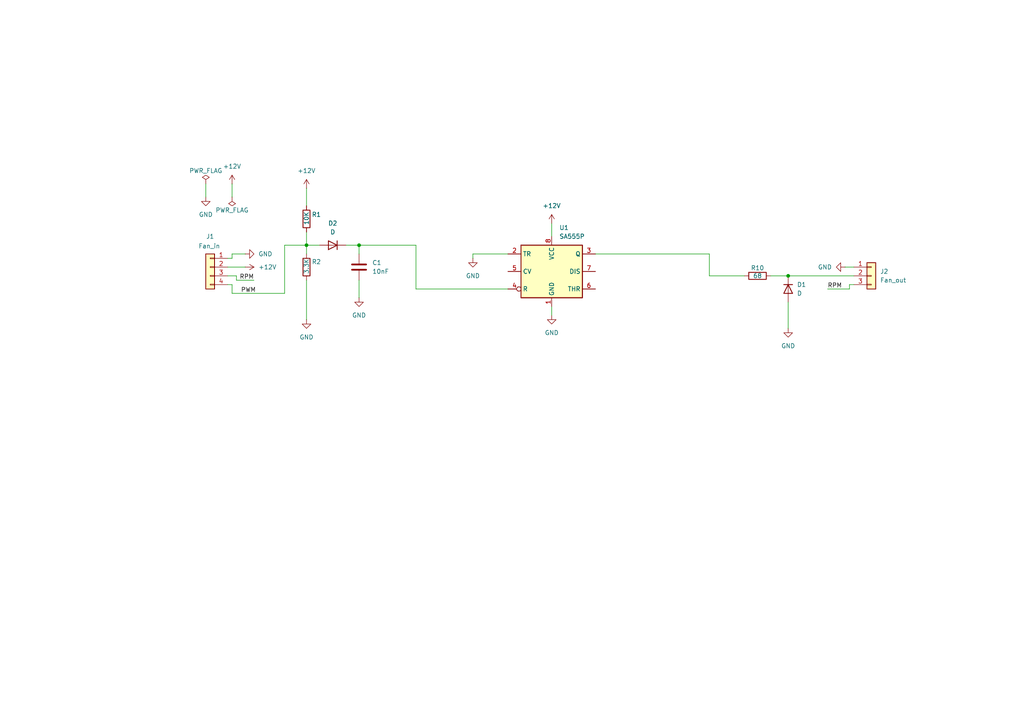
<source format=kicad_sch>
(kicad_sch
	(version 20231120)
	(generator "eeschema")
	(generator_version "8.0")
	(uuid "4f0b0bc5-a823-484b-b7f7-3662e94a4188")
	(paper "A4")
	(lib_symbols
		(symbol "Connector_Generic:Conn_01x03"
			(pin_names
				(offset 1.016) hide)
			(exclude_from_sim no)
			(in_bom yes)
			(on_board yes)
			(property "Reference" "J"
				(at 0 5.08 0)
				(effects
					(font
						(size 1.27 1.27)
					)
				)
			)
			(property "Value" "Conn_01x03"
				(at 0 -5.08 0)
				(effects
					(font
						(size 1.27 1.27)
					)
				)
			)
			(property "Footprint" ""
				(at 0 0 0)
				(effects
					(font
						(size 1.27 1.27)
					)
					(hide yes)
				)
			)
			(property "Datasheet" "~"
				(at 0 0 0)
				(effects
					(font
						(size 1.27 1.27)
					)
					(hide yes)
				)
			)
			(property "Description" "Generic connector, single row, 01x03, script generated (kicad-library-utils/schlib/autogen/connector/)"
				(at 0 0 0)
				(effects
					(font
						(size 1.27 1.27)
					)
					(hide yes)
				)
			)
			(property "ki_keywords" "connector"
				(at 0 0 0)
				(effects
					(font
						(size 1.27 1.27)
					)
					(hide yes)
				)
			)
			(property "ki_fp_filters" "Connector*:*_1x??_*"
				(at 0 0 0)
				(effects
					(font
						(size 1.27 1.27)
					)
					(hide yes)
				)
			)
			(symbol "Conn_01x03_1_1"
				(rectangle
					(start -1.27 -2.413)
					(end 0 -2.667)
					(stroke
						(width 0.1524)
						(type default)
					)
					(fill
						(type none)
					)
				)
				(rectangle
					(start -1.27 0.127)
					(end 0 -0.127)
					(stroke
						(width 0.1524)
						(type default)
					)
					(fill
						(type none)
					)
				)
				(rectangle
					(start -1.27 2.667)
					(end 0 2.413)
					(stroke
						(width 0.1524)
						(type default)
					)
					(fill
						(type none)
					)
				)
				(rectangle
					(start -1.27 3.81)
					(end 1.27 -3.81)
					(stroke
						(width 0.254)
						(type default)
					)
					(fill
						(type background)
					)
				)
				(pin passive line
					(at -5.08 2.54 0)
					(length 3.81)
					(name "Pin_1"
						(effects
							(font
								(size 1.27 1.27)
							)
						)
					)
					(number "1"
						(effects
							(font
								(size 1.27 1.27)
							)
						)
					)
				)
				(pin passive line
					(at -5.08 0 0)
					(length 3.81)
					(name "Pin_2"
						(effects
							(font
								(size 1.27 1.27)
							)
						)
					)
					(number "2"
						(effects
							(font
								(size 1.27 1.27)
							)
						)
					)
				)
				(pin passive line
					(at -5.08 -2.54 0)
					(length 3.81)
					(name "Pin_3"
						(effects
							(font
								(size 1.27 1.27)
							)
						)
					)
					(number "3"
						(effects
							(font
								(size 1.27 1.27)
							)
						)
					)
				)
			)
		)
		(symbol "Connector_Generic:Conn_01x04"
			(pin_names
				(offset 1.016) hide)
			(exclude_from_sim no)
			(in_bom yes)
			(on_board yes)
			(property "Reference" "J"
				(at 0 5.08 0)
				(effects
					(font
						(size 1.27 1.27)
					)
				)
			)
			(property "Value" "Conn_01x04"
				(at 0 -7.62 0)
				(effects
					(font
						(size 1.27 1.27)
					)
				)
			)
			(property "Footprint" ""
				(at 0 0 0)
				(effects
					(font
						(size 1.27 1.27)
					)
					(hide yes)
				)
			)
			(property "Datasheet" "~"
				(at 0 0 0)
				(effects
					(font
						(size 1.27 1.27)
					)
					(hide yes)
				)
			)
			(property "Description" "Generic connector, single row, 01x04, script generated (kicad-library-utils/schlib/autogen/connector/)"
				(at 0 0 0)
				(effects
					(font
						(size 1.27 1.27)
					)
					(hide yes)
				)
			)
			(property "ki_keywords" "connector"
				(at 0 0 0)
				(effects
					(font
						(size 1.27 1.27)
					)
					(hide yes)
				)
			)
			(property "ki_fp_filters" "Connector*:*_1x??_*"
				(at 0 0 0)
				(effects
					(font
						(size 1.27 1.27)
					)
					(hide yes)
				)
			)
			(symbol "Conn_01x04_1_1"
				(rectangle
					(start -1.27 -4.953)
					(end 0 -5.207)
					(stroke
						(width 0.1524)
						(type default)
					)
					(fill
						(type none)
					)
				)
				(rectangle
					(start -1.27 -2.413)
					(end 0 -2.667)
					(stroke
						(width 0.1524)
						(type default)
					)
					(fill
						(type none)
					)
				)
				(rectangle
					(start -1.27 0.127)
					(end 0 -0.127)
					(stroke
						(width 0.1524)
						(type default)
					)
					(fill
						(type none)
					)
				)
				(rectangle
					(start -1.27 2.667)
					(end 0 2.413)
					(stroke
						(width 0.1524)
						(type default)
					)
					(fill
						(type none)
					)
				)
				(rectangle
					(start -1.27 3.81)
					(end 1.27 -6.35)
					(stroke
						(width 0.254)
						(type default)
					)
					(fill
						(type background)
					)
				)
				(pin passive line
					(at -5.08 2.54 0)
					(length 3.81)
					(name "Pin_1"
						(effects
							(font
								(size 1.27 1.27)
							)
						)
					)
					(number "1"
						(effects
							(font
								(size 1.27 1.27)
							)
						)
					)
				)
				(pin passive line
					(at -5.08 0 0)
					(length 3.81)
					(name "Pin_2"
						(effects
							(font
								(size 1.27 1.27)
							)
						)
					)
					(number "2"
						(effects
							(font
								(size 1.27 1.27)
							)
						)
					)
				)
				(pin passive line
					(at -5.08 -2.54 0)
					(length 3.81)
					(name "Pin_3"
						(effects
							(font
								(size 1.27 1.27)
							)
						)
					)
					(number "3"
						(effects
							(font
								(size 1.27 1.27)
							)
						)
					)
				)
				(pin passive line
					(at -5.08 -5.08 0)
					(length 3.81)
					(name "Pin_4"
						(effects
							(font
								(size 1.27 1.27)
							)
						)
					)
					(number "4"
						(effects
							(font
								(size 1.27 1.27)
							)
						)
					)
				)
			)
		)
		(symbol "Device:C"
			(pin_numbers hide)
			(pin_names
				(offset 0.254)
			)
			(exclude_from_sim no)
			(in_bom yes)
			(on_board yes)
			(property "Reference" "C"
				(at 0.635 2.54 0)
				(effects
					(font
						(size 1.27 1.27)
					)
					(justify left)
				)
			)
			(property "Value" "C"
				(at 0.635 -2.54 0)
				(effects
					(font
						(size 1.27 1.27)
					)
					(justify left)
				)
			)
			(property "Footprint" ""
				(at 0.9652 -3.81 0)
				(effects
					(font
						(size 1.27 1.27)
					)
					(hide yes)
				)
			)
			(property "Datasheet" "~"
				(at 0 0 0)
				(effects
					(font
						(size 1.27 1.27)
					)
					(hide yes)
				)
			)
			(property "Description" "Unpolarized capacitor"
				(at 0 0 0)
				(effects
					(font
						(size 1.27 1.27)
					)
					(hide yes)
				)
			)
			(property "ki_keywords" "cap capacitor"
				(at 0 0 0)
				(effects
					(font
						(size 1.27 1.27)
					)
					(hide yes)
				)
			)
			(property "ki_fp_filters" "C_*"
				(at 0 0 0)
				(effects
					(font
						(size 1.27 1.27)
					)
					(hide yes)
				)
			)
			(symbol "C_0_1"
				(polyline
					(pts
						(xy -2.032 -0.762) (xy 2.032 -0.762)
					)
					(stroke
						(width 0.508)
						(type default)
					)
					(fill
						(type none)
					)
				)
				(polyline
					(pts
						(xy -2.032 0.762) (xy 2.032 0.762)
					)
					(stroke
						(width 0.508)
						(type default)
					)
					(fill
						(type none)
					)
				)
			)
			(symbol "C_1_1"
				(pin passive line
					(at 0 3.81 270)
					(length 2.794)
					(name "~"
						(effects
							(font
								(size 1.27 1.27)
							)
						)
					)
					(number "1"
						(effects
							(font
								(size 1.27 1.27)
							)
						)
					)
				)
				(pin passive line
					(at 0 -3.81 90)
					(length 2.794)
					(name "~"
						(effects
							(font
								(size 1.27 1.27)
							)
						)
					)
					(number "2"
						(effects
							(font
								(size 1.27 1.27)
							)
						)
					)
				)
			)
		)
		(symbol "Device:D"
			(pin_numbers hide)
			(pin_names
				(offset 1.016) hide)
			(exclude_from_sim no)
			(in_bom yes)
			(on_board yes)
			(property "Reference" "D"
				(at 0 2.54 0)
				(effects
					(font
						(size 1.27 1.27)
					)
				)
			)
			(property "Value" "D"
				(at 0 -2.54 0)
				(effects
					(font
						(size 1.27 1.27)
					)
				)
			)
			(property "Footprint" ""
				(at 0 0 0)
				(effects
					(font
						(size 1.27 1.27)
					)
					(hide yes)
				)
			)
			(property "Datasheet" "~"
				(at 0 0 0)
				(effects
					(font
						(size 1.27 1.27)
					)
					(hide yes)
				)
			)
			(property "Description" "Diode"
				(at 0 0 0)
				(effects
					(font
						(size 1.27 1.27)
					)
					(hide yes)
				)
			)
			(property "Sim.Device" "D"
				(at 0 0 0)
				(effects
					(font
						(size 1.27 1.27)
					)
					(hide yes)
				)
			)
			(property "Sim.Pins" "1=K 2=A"
				(at 0 0 0)
				(effects
					(font
						(size 1.27 1.27)
					)
					(hide yes)
				)
			)
			(property "ki_keywords" "diode"
				(at 0 0 0)
				(effects
					(font
						(size 1.27 1.27)
					)
					(hide yes)
				)
			)
			(property "ki_fp_filters" "TO-???* *_Diode_* *SingleDiode* D_*"
				(at 0 0 0)
				(effects
					(font
						(size 1.27 1.27)
					)
					(hide yes)
				)
			)
			(symbol "D_0_1"
				(polyline
					(pts
						(xy -1.27 1.27) (xy -1.27 -1.27)
					)
					(stroke
						(width 0.254)
						(type default)
					)
					(fill
						(type none)
					)
				)
				(polyline
					(pts
						(xy 1.27 0) (xy -1.27 0)
					)
					(stroke
						(width 0)
						(type default)
					)
					(fill
						(type none)
					)
				)
				(polyline
					(pts
						(xy 1.27 1.27) (xy 1.27 -1.27) (xy -1.27 0) (xy 1.27 1.27)
					)
					(stroke
						(width 0.254)
						(type default)
					)
					(fill
						(type none)
					)
				)
			)
			(symbol "D_1_1"
				(pin passive line
					(at -3.81 0 0)
					(length 2.54)
					(name "K"
						(effects
							(font
								(size 1.27 1.27)
							)
						)
					)
					(number "1"
						(effects
							(font
								(size 1.27 1.27)
							)
						)
					)
				)
				(pin passive line
					(at 3.81 0 180)
					(length 2.54)
					(name "A"
						(effects
							(font
								(size 1.27 1.27)
							)
						)
					)
					(number "2"
						(effects
							(font
								(size 1.27 1.27)
							)
						)
					)
				)
			)
		)
		(symbol "Device:R"
			(pin_numbers hide)
			(pin_names
				(offset 0)
			)
			(exclude_from_sim no)
			(in_bom yes)
			(on_board yes)
			(property "Reference" "R"
				(at 2.032 0 90)
				(effects
					(font
						(size 1.27 1.27)
					)
				)
			)
			(property "Value" "R"
				(at 0 0 90)
				(effects
					(font
						(size 1.27 1.27)
					)
				)
			)
			(property "Footprint" ""
				(at -1.778 0 90)
				(effects
					(font
						(size 1.27 1.27)
					)
					(hide yes)
				)
			)
			(property "Datasheet" "~"
				(at 0 0 0)
				(effects
					(font
						(size 1.27 1.27)
					)
					(hide yes)
				)
			)
			(property "Description" "Resistor"
				(at 0 0 0)
				(effects
					(font
						(size 1.27 1.27)
					)
					(hide yes)
				)
			)
			(property "ki_keywords" "R res resistor"
				(at 0 0 0)
				(effects
					(font
						(size 1.27 1.27)
					)
					(hide yes)
				)
			)
			(property "ki_fp_filters" "R_*"
				(at 0 0 0)
				(effects
					(font
						(size 1.27 1.27)
					)
					(hide yes)
				)
			)
			(symbol "R_0_1"
				(rectangle
					(start -1.016 -2.54)
					(end 1.016 2.54)
					(stroke
						(width 0.254)
						(type default)
					)
					(fill
						(type none)
					)
				)
			)
			(symbol "R_1_1"
				(pin passive line
					(at 0 3.81 270)
					(length 1.27)
					(name "~"
						(effects
							(font
								(size 1.27 1.27)
							)
						)
					)
					(number "1"
						(effects
							(font
								(size 1.27 1.27)
							)
						)
					)
				)
				(pin passive line
					(at 0 -3.81 90)
					(length 1.27)
					(name "~"
						(effects
							(font
								(size 1.27 1.27)
							)
						)
					)
					(number "2"
						(effects
							(font
								(size 1.27 1.27)
							)
						)
					)
				)
			)
		)
		(symbol "Timer:SA555P"
			(exclude_from_sim no)
			(in_bom yes)
			(on_board yes)
			(property "Reference" "U"
				(at -10.16 8.89 0)
				(effects
					(font
						(size 1.27 1.27)
					)
					(justify left)
				)
			)
			(property "Value" "SA555P"
				(at 2.54 8.89 0)
				(effects
					(font
						(size 1.27 1.27)
					)
					(justify left)
				)
			)
			(property "Footprint" "Package_DIP:DIP-8_W7.62mm"
				(at 16.51 -10.16 0)
				(effects
					(font
						(size 1.27 1.27)
					)
					(hide yes)
				)
			)
			(property "Datasheet" "http://www.ti.com/lit/ds/symlink/ne555.pdf"
				(at 21.59 -10.16 0)
				(effects
					(font
						(size 1.27 1.27)
					)
					(hide yes)
				)
			)
			(property "Description" "Precision Timers, 555 compatible, PDIP-8"
				(at 0 0 0)
				(effects
					(font
						(size 1.27 1.27)
					)
					(hide yes)
				)
			)
			(property "ki_keywords" "single timer 555"
				(at 0 0 0)
				(effects
					(font
						(size 1.27 1.27)
					)
					(hide yes)
				)
			)
			(property "ki_fp_filters" "DIP*W7.62mm*"
				(at 0 0 0)
				(effects
					(font
						(size 1.27 1.27)
					)
					(hide yes)
				)
			)
			(symbol "SA555P_0_0"
				(pin power_in line
					(at 0 -10.16 90)
					(length 2.54)
					(name "GND"
						(effects
							(font
								(size 1.27 1.27)
							)
						)
					)
					(number "1"
						(effects
							(font
								(size 1.27 1.27)
							)
						)
					)
				)
				(pin power_in line
					(at 0 10.16 270)
					(length 2.54)
					(name "VCC"
						(effects
							(font
								(size 1.27 1.27)
							)
						)
					)
					(number "8"
						(effects
							(font
								(size 1.27 1.27)
							)
						)
					)
				)
			)
			(symbol "SA555P_0_1"
				(rectangle
					(start -8.89 -7.62)
					(end 8.89 7.62)
					(stroke
						(width 0.254)
						(type default)
					)
					(fill
						(type background)
					)
				)
				(rectangle
					(start -8.89 -7.62)
					(end 8.89 7.62)
					(stroke
						(width 0.254)
						(type default)
					)
					(fill
						(type background)
					)
				)
			)
			(symbol "SA555P_1_1"
				(pin input line
					(at -12.7 5.08 0)
					(length 3.81)
					(name "TR"
						(effects
							(font
								(size 1.27 1.27)
							)
						)
					)
					(number "2"
						(effects
							(font
								(size 1.27 1.27)
							)
						)
					)
				)
				(pin output line
					(at 12.7 5.08 180)
					(length 3.81)
					(name "Q"
						(effects
							(font
								(size 1.27 1.27)
							)
						)
					)
					(number "3"
						(effects
							(font
								(size 1.27 1.27)
							)
						)
					)
				)
				(pin input inverted
					(at -12.7 -5.08 0)
					(length 3.81)
					(name "R"
						(effects
							(font
								(size 1.27 1.27)
							)
						)
					)
					(number "4"
						(effects
							(font
								(size 1.27 1.27)
							)
						)
					)
				)
				(pin input line
					(at -12.7 0 0)
					(length 3.81)
					(name "CV"
						(effects
							(font
								(size 1.27 1.27)
							)
						)
					)
					(number "5"
						(effects
							(font
								(size 1.27 1.27)
							)
						)
					)
				)
				(pin input line
					(at 12.7 -5.08 180)
					(length 3.81)
					(name "THR"
						(effects
							(font
								(size 1.27 1.27)
							)
						)
					)
					(number "6"
						(effects
							(font
								(size 1.27 1.27)
							)
						)
					)
				)
				(pin input line
					(at 12.7 0 180)
					(length 3.81)
					(name "DIS"
						(effects
							(font
								(size 1.27 1.27)
							)
						)
					)
					(number "7"
						(effects
							(font
								(size 1.27 1.27)
							)
						)
					)
				)
			)
		)
		(symbol "power:+12V"
			(power)
			(pin_numbers hide)
			(pin_names
				(offset 0) hide)
			(exclude_from_sim no)
			(in_bom yes)
			(on_board yes)
			(property "Reference" "#PWR"
				(at 0 -3.81 0)
				(effects
					(font
						(size 1.27 1.27)
					)
					(hide yes)
				)
			)
			(property "Value" "+12V"
				(at 0 3.556 0)
				(effects
					(font
						(size 1.27 1.27)
					)
				)
			)
			(property "Footprint" ""
				(at 0 0 0)
				(effects
					(font
						(size 1.27 1.27)
					)
					(hide yes)
				)
			)
			(property "Datasheet" ""
				(at 0 0 0)
				(effects
					(font
						(size 1.27 1.27)
					)
					(hide yes)
				)
			)
			(property "Description" "Power symbol creates a global label with name \"+12V\""
				(at 0 0 0)
				(effects
					(font
						(size 1.27 1.27)
					)
					(hide yes)
				)
			)
			(property "ki_keywords" "global power"
				(at 0 0 0)
				(effects
					(font
						(size 1.27 1.27)
					)
					(hide yes)
				)
			)
			(symbol "+12V_0_1"
				(polyline
					(pts
						(xy -0.762 1.27) (xy 0 2.54)
					)
					(stroke
						(width 0)
						(type default)
					)
					(fill
						(type none)
					)
				)
				(polyline
					(pts
						(xy 0 0) (xy 0 2.54)
					)
					(stroke
						(width 0)
						(type default)
					)
					(fill
						(type none)
					)
				)
				(polyline
					(pts
						(xy 0 2.54) (xy 0.762 1.27)
					)
					(stroke
						(width 0)
						(type default)
					)
					(fill
						(type none)
					)
				)
			)
			(symbol "+12V_1_1"
				(pin power_in line
					(at 0 0 90)
					(length 0)
					(name "~"
						(effects
							(font
								(size 1.27 1.27)
							)
						)
					)
					(number "1"
						(effects
							(font
								(size 1.27 1.27)
							)
						)
					)
				)
			)
		)
		(symbol "power:GND"
			(power)
			(pin_numbers hide)
			(pin_names
				(offset 0) hide)
			(exclude_from_sim no)
			(in_bom yes)
			(on_board yes)
			(property "Reference" "#PWR"
				(at 0 -6.35 0)
				(effects
					(font
						(size 1.27 1.27)
					)
					(hide yes)
				)
			)
			(property "Value" "GND"
				(at 0 -3.81 0)
				(effects
					(font
						(size 1.27 1.27)
					)
				)
			)
			(property "Footprint" ""
				(at 0 0 0)
				(effects
					(font
						(size 1.27 1.27)
					)
					(hide yes)
				)
			)
			(property "Datasheet" ""
				(at 0 0 0)
				(effects
					(font
						(size 1.27 1.27)
					)
					(hide yes)
				)
			)
			(property "Description" "Power symbol creates a global label with name \"GND\" , ground"
				(at 0 0 0)
				(effects
					(font
						(size 1.27 1.27)
					)
					(hide yes)
				)
			)
			(property "ki_keywords" "global power"
				(at 0 0 0)
				(effects
					(font
						(size 1.27 1.27)
					)
					(hide yes)
				)
			)
			(symbol "GND_0_1"
				(polyline
					(pts
						(xy 0 0) (xy 0 -1.27) (xy 1.27 -1.27) (xy 0 -2.54) (xy -1.27 -1.27) (xy 0 -1.27)
					)
					(stroke
						(width 0)
						(type default)
					)
					(fill
						(type none)
					)
				)
			)
			(symbol "GND_1_1"
				(pin power_in line
					(at 0 0 270)
					(length 0)
					(name "~"
						(effects
							(font
								(size 1.27 1.27)
							)
						)
					)
					(number "1"
						(effects
							(font
								(size 1.27 1.27)
							)
						)
					)
				)
			)
		)
		(symbol "power:PWR_FLAG"
			(power)
			(pin_numbers hide)
			(pin_names
				(offset 0) hide)
			(exclude_from_sim no)
			(in_bom yes)
			(on_board yes)
			(property "Reference" "#FLG"
				(at 0 1.905 0)
				(effects
					(font
						(size 1.27 1.27)
					)
					(hide yes)
				)
			)
			(property "Value" "PWR_FLAG"
				(at 0 3.81 0)
				(effects
					(font
						(size 1.27 1.27)
					)
				)
			)
			(property "Footprint" ""
				(at 0 0 0)
				(effects
					(font
						(size 1.27 1.27)
					)
					(hide yes)
				)
			)
			(property "Datasheet" "~"
				(at 0 0 0)
				(effects
					(font
						(size 1.27 1.27)
					)
					(hide yes)
				)
			)
			(property "Description" "Special symbol for telling ERC where power comes from"
				(at 0 0 0)
				(effects
					(font
						(size 1.27 1.27)
					)
					(hide yes)
				)
			)
			(property "ki_keywords" "flag power"
				(at 0 0 0)
				(effects
					(font
						(size 1.27 1.27)
					)
					(hide yes)
				)
			)
			(symbol "PWR_FLAG_0_0"
				(pin power_out line
					(at 0 0 90)
					(length 0)
					(name "~"
						(effects
							(font
								(size 1.27 1.27)
							)
						)
					)
					(number "1"
						(effects
							(font
								(size 1.27 1.27)
							)
						)
					)
				)
			)
			(symbol "PWR_FLAG_0_1"
				(polyline
					(pts
						(xy 0 0) (xy 0 1.27) (xy -1.016 1.905) (xy 0 2.54) (xy 1.016 1.905) (xy 0 1.27)
					)
					(stroke
						(width 0)
						(type default)
					)
					(fill
						(type none)
					)
				)
			)
		)
	)
	(junction
		(at 88.9 71.12)
		(diameter 0)
		(color 0 0 0 0)
		(uuid "62ae9f64-2e4a-46df-b1c8-5f111bca4b76")
	)
	(junction
		(at 104.14 71.12)
		(diameter 0)
		(color 0 0 0 0)
		(uuid "aa92a63a-7685-42cb-8981-8cbac06f528f")
	)
	(junction
		(at 228.6 80.01)
		(diameter 0)
		(color 0 0 0 0)
		(uuid "ffe85390-da22-4e58-8330-de2beb705369")
	)
	(wire
		(pts
			(xy 67.31 82.55) (xy 66.04 82.55)
		)
		(stroke
			(width 0)
			(type default)
		)
		(uuid "009d1cef-e787-4583-a346-fbfb9921bf73")
	)
	(wire
		(pts
			(xy 67.31 85.09) (xy 67.31 82.55)
		)
		(stroke
			(width 0)
			(type default)
		)
		(uuid "01854981-6d20-43fb-b4fb-b7984e9a1d8e")
	)
	(wire
		(pts
			(xy 160.02 64.77) (xy 160.02 68.58)
		)
		(stroke
			(width 0)
			(type default)
		)
		(uuid "15d7f7da-fe35-4f0f-820d-ea9dd478ba37")
	)
	(wire
		(pts
			(xy 228.6 87.63) (xy 228.6 95.25)
		)
		(stroke
			(width 0)
			(type default)
		)
		(uuid "246f184e-94fb-4219-bcae-0fa6708872b1")
	)
	(wire
		(pts
			(xy 120.65 71.12) (xy 104.14 71.12)
		)
		(stroke
			(width 0)
			(type default)
		)
		(uuid "25c7f7e5-aa55-408c-b90c-dc3e56a536cc")
	)
	(wire
		(pts
			(xy 147.32 73.66) (xy 137.16 73.66)
		)
		(stroke
			(width 0)
			(type default)
		)
		(uuid "272bde74-f863-4cfe-9ffb-7aed08cd4a78")
	)
	(wire
		(pts
			(xy 67.31 73.66) (xy 67.31 74.93)
		)
		(stroke
			(width 0)
			(type default)
		)
		(uuid "2a0dc7ae-c505-4ee8-8bac-6bb245591b25")
	)
	(wire
		(pts
			(xy 59.69 53.34) (xy 59.69 57.15)
		)
		(stroke
			(width 0)
			(type default)
		)
		(uuid "2ab3b336-08a6-40b9-9c06-6b02580ecdd4")
	)
	(wire
		(pts
			(xy 67.31 53.34) (xy 67.31 57.15)
		)
		(stroke
			(width 0)
			(type default)
		)
		(uuid "2ae3e558-c14f-4b98-9455-f9dc1f2ca64a")
	)
	(wire
		(pts
			(xy 67.31 74.93) (xy 66.04 74.93)
		)
		(stroke
			(width 0)
			(type default)
		)
		(uuid "375f2503-6cd7-4ece-a9c6-714c56b69111")
	)
	(wire
		(pts
			(xy 88.9 67.31) (xy 88.9 71.12)
		)
		(stroke
			(width 0)
			(type default)
		)
		(uuid "43436d68-dbaf-4f2e-a3c8-98cc354ca995")
	)
	(wire
		(pts
			(xy 100.33 71.12) (xy 104.14 71.12)
		)
		(stroke
			(width 0)
			(type default)
		)
		(uuid "43e0f646-5174-47de-8ddb-3ae66544171e")
	)
	(wire
		(pts
			(xy 88.9 71.12) (xy 92.71 71.12)
		)
		(stroke
			(width 0)
			(type default)
		)
		(uuid "44f006b0-d3eb-4dc8-bde1-b444409e0309")
	)
	(wire
		(pts
			(xy 120.65 83.82) (xy 120.65 71.12)
		)
		(stroke
			(width 0)
			(type default)
		)
		(uuid "4a581117-f7bd-44ea-a021-82a07ca4608f")
	)
	(wire
		(pts
			(xy 88.9 81.28) (xy 88.9 92.71)
		)
		(stroke
			(width 0)
			(type default)
		)
		(uuid "565af3d4-4cca-4123-b43a-f80a4da49b4e")
	)
	(wire
		(pts
			(xy 246.38 82.55) (xy 246.38 83.82)
		)
		(stroke
			(width 0)
			(type default)
		)
		(uuid "62181378-a9e4-4a0b-9b79-03043e8892d6")
	)
	(wire
		(pts
			(xy 147.32 83.82) (xy 120.65 83.82)
		)
		(stroke
			(width 0)
			(type default)
		)
		(uuid "64dc7b96-4fc1-440b-8697-445448a2c5b2")
	)
	(wire
		(pts
			(xy 82.55 85.09) (xy 82.55 71.12)
		)
		(stroke
			(width 0)
			(type default)
		)
		(uuid "65b0bb9d-3fdb-4a79-b615-ba5c61167bcd")
	)
	(wire
		(pts
			(xy 104.14 71.12) (xy 104.14 73.66)
		)
		(stroke
			(width 0)
			(type default)
		)
		(uuid "7a3b3de5-06f6-47db-bf5e-26f37b4f1aa7")
	)
	(wire
		(pts
			(xy 68.58 81.28) (xy 73.66 81.28)
		)
		(stroke
			(width 0)
			(type default)
		)
		(uuid "83d574d2-adc8-4b31-bb0c-5083e1140deb")
	)
	(wire
		(pts
			(xy 228.6 80.01) (xy 247.65 80.01)
		)
		(stroke
			(width 0)
			(type default)
		)
		(uuid "8f071e89-cdca-419f-b644-f3f98bff65bb")
	)
	(wire
		(pts
			(xy 160.02 88.9) (xy 160.02 91.44)
		)
		(stroke
			(width 0)
			(type default)
		)
		(uuid "8fb4296f-7a39-43a9-aa26-cb62d3d0668c")
	)
	(wire
		(pts
			(xy 215.9 80.01) (xy 205.74 80.01)
		)
		(stroke
			(width 0)
			(type default)
		)
		(uuid "99485f45-530e-47a4-9069-492915d45aa5")
	)
	(wire
		(pts
			(xy 82.55 71.12) (xy 88.9 71.12)
		)
		(stroke
			(width 0)
			(type default)
		)
		(uuid "a235868c-afba-4a17-b7c2-b0a04f398cdb")
	)
	(wire
		(pts
			(xy 88.9 71.12) (xy 88.9 73.66)
		)
		(stroke
			(width 0)
			(type default)
		)
		(uuid "a38df564-a6ab-423f-a45e-3b862e3355a5")
	)
	(wire
		(pts
			(xy 68.58 81.28) (xy 68.58 80.01)
		)
		(stroke
			(width 0)
			(type default)
		)
		(uuid "b0f38673-fa8d-4ad9-9563-ff02a38214a3")
	)
	(wire
		(pts
			(xy 228.6 80.01) (xy 223.52 80.01)
		)
		(stroke
			(width 0)
			(type default)
		)
		(uuid "b38cfa17-9760-4f4b-9e9e-4b52ef1d7d8b")
	)
	(wire
		(pts
			(xy 104.14 81.28) (xy 104.14 86.36)
		)
		(stroke
			(width 0)
			(type default)
		)
		(uuid "b8f59c2d-4497-4d88-b746-27acd8a45523")
	)
	(wire
		(pts
			(xy 172.72 73.66) (xy 205.74 73.66)
		)
		(stroke
			(width 0)
			(type default)
		)
		(uuid "beb0db79-9a95-49aa-ab3d-2800b9cfbac8")
	)
	(wire
		(pts
			(xy 245.11 77.47) (xy 247.65 77.47)
		)
		(stroke
			(width 0)
			(type default)
		)
		(uuid "c6f38913-7d7a-486b-972f-f6a24b68d8e5")
	)
	(wire
		(pts
			(xy 247.65 82.55) (xy 246.38 82.55)
		)
		(stroke
			(width 0)
			(type default)
		)
		(uuid "ca4384d0-2cd6-418e-a334-5aab7f278c6e")
	)
	(wire
		(pts
			(xy 66.04 77.47) (xy 71.12 77.47)
		)
		(stroke
			(width 0)
			(type default)
		)
		(uuid "cc658c1c-1c04-4354-b819-4cb8b10c774d")
	)
	(wire
		(pts
			(xy 137.16 73.66) (xy 137.16 74.93)
		)
		(stroke
			(width 0)
			(type default)
		)
		(uuid "d96b1a3d-e842-4985-8564-7a3a0c12ad96")
	)
	(wire
		(pts
			(xy 88.9 54.61) (xy 88.9 59.69)
		)
		(stroke
			(width 0)
			(type default)
		)
		(uuid "db184035-77ba-4564-b7ef-fbebae7ecd14")
	)
	(wire
		(pts
			(xy 240.03 83.82) (xy 246.38 83.82)
		)
		(stroke
			(width 0)
			(type default)
		)
		(uuid "dbacfb53-4b78-4595-9151-3925af4184f6")
	)
	(wire
		(pts
			(xy 67.31 85.09) (xy 82.55 85.09)
		)
		(stroke
			(width 0)
			(type default)
		)
		(uuid "e0f37ec0-16cf-414f-b11b-77a110ec0770")
	)
	(wire
		(pts
			(xy 68.58 80.01) (xy 66.04 80.01)
		)
		(stroke
			(width 0)
			(type default)
		)
		(uuid "f832c700-491f-4d46-96e9-7a41991b2ac0")
	)
	(wire
		(pts
			(xy 67.31 73.66) (xy 71.12 73.66)
		)
		(stroke
			(width 0)
			(type default)
		)
		(uuid "f8d460b4-c407-4253-99e7-1e96e170e257")
	)
	(wire
		(pts
			(xy 205.74 73.66) (xy 205.74 80.01)
		)
		(stroke
			(width 0)
			(type default)
		)
		(uuid "fe331044-546a-4d30-8350-f41ded6cd89d")
	)
	(label "RPM"
		(at 240.03 83.82 0)
		(fields_autoplaced yes)
		(effects
			(font
				(size 1.27 1.27)
			)
			(justify left bottom)
		)
		(uuid "1108216e-b150-4067-a799-c9dde548770d")
	)
	(label "PWM"
		(at 69.85 85.09 0)
		(fields_autoplaced yes)
		(effects
			(font
				(size 1.27 1.27)
			)
			(justify left bottom)
		)
		(uuid "15a695e5-145b-45ec-9906-fb096eab0371")
	)
	(label "RPM"
		(at 73.66 81.28 180)
		(fields_autoplaced yes)
		(effects
			(font
				(size 1.27 1.27)
			)
			(justify right bottom)
		)
		(uuid "826a319a-b219-459a-b8fb-fd2e6d61f01c")
	)
	(symbol
		(lib_id "power:+12V")
		(at 67.31 53.34 0)
		(unit 1)
		(exclude_from_sim no)
		(in_bom yes)
		(on_board yes)
		(dnp no)
		(fields_autoplaced yes)
		(uuid "05711f62-7f4e-4cd3-aee8-6ac641970ad7")
		(property "Reference" "#PWR02"
			(at 67.31 57.15 0)
			(effects
				(font
					(size 1.27 1.27)
				)
				(hide yes)
			)
		)
		(property "Value" "+12V"
			(at 67.31 48.26 0)
			(effects
				(font
					(size 1.27 1.27)
				)
			)
		)
		(property "Footprint" ""
			(at 67.31 53.34 0)
			(effects
				(font
					(size 1.27 1.27)
				)
				(hide yes)
			)
		)
		(property "Datasheet" ""
			(at 67.31 53.34 0)
			(effects
				(font
					(size 1.27 1.27)
				)
				(hide yes)
			)
		)
		(property "Description" "Power symbol creates a global label with name \"+12V\""
			(at 67.31 53.34 0)
			(effects
				(font
					(size 1.27 1.27)
				)
				(hide yes)
			)
		)
		(pin "1"
			(uuid "b625bed0-e3d6-404e-9f51-2620eed4e566")
		)
		(instances
			(project "PWM-to-DC"
				(path "/4f0b0bc5-a823-484b-b7f7-3662e94a4188"
					(reference "#PWR02")
					(unit 1)
				)
			)
		)
	)
	(symbol
		(lib_id "Device:R")
		(at 88.9 63.5 0)
		(unit 1)
		(exclude_from_sim no)
		(in_bom yes)
		(on_board yes)
		(dnp no)
		(uuid "0d66533d-10c3-4440-a895-ccc48ce6c1bf")
		(property "Reference" "R1"
			(at 90.424 62.23 0)
			(effects
				(font
					(size 1.27 1.27)
				)
				(justify left)
			)
		)
		(property "Value" "10K"
			(at 88.9 65.278 90)
			(effects
				(font
					(size 1.27 1.27)
				)
				(justify left)
			)
		)
		(property "Footprint" ""
			(at 87.122 63.5 90)
			(effects
				(font
					(size 1.27 1.27)
				)
				(hide yes)
			)
		)
		(property "Datasheet" "~"
			(at 88.9 63.5 0)
			(effects
				(font
					(size 1.27 1.27)
				)
				(hide yes)
			)
		)
		(property "Description" "Resistor"
			(at 88.9 63.5 0)
			(effects
				(font
					(size 1.27 1.27)
				)
				(hide yes)
			)
		)
		(pin "2"
			(uuid "dc44bd3a-80f1-442a-b19c-160686a1bfbd")
		)
		(pin "1"
			(uuid "7c1c7738-cbb5-4d36-98b0-67a1f25283ae")
		)
		(instances
			(project ""
				(path "/4f0b0bc5-a823-484b-b7f7-3662e94a4188"
					(reference "R1")
					(unit 1)
				)
			)
		)
	)
	(symbol
		(lib_id "power:GND")
		(at 137.16 74.93 0)
		(unit 1)
		(exclude_from_sim no)
		(in_bom yes)
		(on_board yes)
		(dnp no)
		(fields_autoplaced yes)
		(uuid "10505766-a5b9-4539-838c-eaa9828da834")
		(property "Reference" "#PWR08"
			(at 137.16 81.28 0)
			(effects
				(font
					(size 1.27 1.27)
				)
				(hide yes)
			)
		)
		(property "Value" "GND"
			(at 137.16 80.01 0)
			(effects
				(font
					(size 1.27 1.27)
				)
			)
		)
		(property "Footprint" ""
			(at 137.16 74.93 0)
			(effects
				(font
					(size 1.27 1.27)
				)
				(hide yes)
			)
		)
		(property "Datasheet" ""
			(at 137.16 74.93 0)
			(effects
				(font
					(size 1.27 1.27)
				)
				(hide yes)
			)
		)
		(property "Description" "Power symbol creates a global label with name \"GND\" , ground"
			(at 137.16 74.93 0)
			(effects
				(font
					(size 1.27 1.27)
				)
				(hide yes)
			)
		)
		(pin "1"
			(uuid "56cc7727-eff0-41d6-ac85-b084df539f69")
		)
		(instances
			(project "PWM-to-DC"
				(path "/4f0b0bc5-a823-484b-b7f7-3662e94a4188"
					(reference "#PWR08")
					(unit 1)
				)
			)
		)
	)
	(symbol
		(lib_id "Connector_Generic:Conn_01x04")
		(at 60.96 77.47 0)
		(mirror y)
		(unit 1)
		(exclude_from_sim no)
		(in_bom yes)
		(on_board yes)
		(dnp no)
		(uuid "285be9c0-4fb0-4b21-9db6-93e720758007")
		(property "Reference" "J1"
			(at 60.96 68.58 0)
			(effects
				(font
					(size 1.27 1.27)
				)
			)
		)
		(property "Value" "Fan_in"
			(at 60.706 71.374 0)
			(effects
				(font
					(size 1.27 1.27)
				)
			)
		)
		(property "Footprint" ""
			(at 60.96 77.47 0)
			(effects
				(font
					(size 1.27 1.27)
				)
				(hide yes)
			)
		)
		(property "Datasheet" "~"
			(at 60.96 77.47 0)
			(effects
				(font
					(size 1.27 1.27)
				)
				(hide yes)
			)
		)
		(property "Description" "Generic connector, single row, 01x04, script generated (kicad-library-utils/schlib/autogen/connector/)"
			(at 60.96 77.47 0)
			(effects
				(font
					(size 1.27 1.27)
				)
				(hide yes)
			)
		)
		(pin "3"
			(uuid "c74013c7-e708-4866-a20a-7d2deb4f6f47")
		)
		(pin "1"
			(uuid "555669a8-24ae-48b4-974e-a8b8760fa73e")
		)
		(pin "4"
			(uuid "d7ff6034-3708-4018-8e75-1b513a9272ec")
		)
		(pin "2"
			(uuid "9e731196-2ea1-4d23-b5c9-fec783c035b1")
		)
		(instances
			(project ""
				(path "/4f0b0bc5-a823-484b-b7f7-3662e94a4188"
					(reference "J1")
					(unit 1)
				)
			)
		)
	)
	(symbol
		(lib_id "power:GND")
		(at 88.9 92.71 0)
		(unit 1)
		(exclude_from_sim no)
		(in_bom yes)
		(on_board yes)
		(dnp no)
		(fields_autoplaced yes)
		(uuid "2dae37ce-2379-4cac-96fa-77b98f976f87")
		(property "Reference" "#PWR06"
			(at 88.9 99.06 0)
			(effects
				(font
					(size 1.27 1.27)
				)
				(hide yes)
			)
		)
		(property "Value" "GND"
			(at 88.9 97.79 0)
			(effects
				(font
					(size 1.27 1.27)
				)
			)
		)
		(property "Footprint" ""
			(at 88.9 92.71 0)
			(effects
				(font
					(size 1.27 1.27)
				)
				(hide yes)
			)
		)
		(property "Datasheet" ""
			(at 88.9 92.71 0)
			(effects
				(font
					(size 1.27 1.27)
				)
				(hide yes)
			)
		)
		(property "Description" "Power symbol creates a global label with name \"GND\" , ground"
			(at 88.9 92.71 0)
			(effects
				(font
					(size 1.27 1.27)
				)
				(hide yes)
			)
		)
		(pin "1"
			(uuid "a9e3705a-2204-4815-a184-8310e18a732a")
		)
		(instances
			(project "PWM-to-DC"
				(path "/4f0b0bc5-a823-484b-b7f7-3662e94a4188"
					(reference "#PWR06")
					(unit 1)
				)
			)
		)
	)
	(symbol
		(lib_id "Timer:SA555P")
		(at 160.02 78.74 0)
		(unit 1)
		(exclude_from_sim no)
		(in_bom yes)
		(on_board yes)
		(dnp no)
		(fields_autoplaced yes)
		(uuid "36eee6a7-43e2-4911-85a6-7fbdda565c9a")
		(property "Reference" "U1"
			(at 162.2141 66.04 0)
			(effects
				(font
					(size 1.27 1.27)
				)
				(justify left)
			)
		)
		(property "Value" "SA555P"
			(at 162.2141 68.58 0)
			(effects
				(font
					(size 1.27 1.27)
				)
				(justify left)
			)
		)
		(property "Footprint" "Package_DIP:DIP-8_W7.62mm"
			(at 176.53 88.9 0)
			(effects
				(font
					(size 1.27 1.27)
				)
				(hide yes)
			)
		)
		(property "Datasheet" "http://www.ti.com/lit/ds/symlink/ne555.pdf"
			(at 181.61 88.9 0)
			(effects
				(font
					(size 1.27 1.27)
				)
				(hide yes)
			)
		)
		(property "Description" "Precision Timers, 555 compatible, PDIP-8"
			(at 160.02 78.74 0)
			(effects
				(font
					(size 1.27 1.27)
				)
				(hide yes)
			)
		)
		(pin "4"
			(uuid "71f827e0-2741-4cae-bf46-e60408b45330")
		)
		(pin "6"
			(uuid "84507066-7f81-4528-b8b2-f0f43e16fcf1")
		)
		(pin "7"
			(uuid "9aa948c1-98f0-45b7-a2c0-599e9926b161")
		)
		(pin "1"
			(uuid "1dfdf788-bc9c-48c4-8a3c-077d29f67374")
		)
		(pin "3"
			(uuid "9abaaf28-a179-496c-967f-9089e6035599")
		)
		(pin "5"
			(uuid "74124cad-00f1-421a-9563-af971d29fd62")
		)
		(pin "2"
			(uuid "5fc63dbb-4090-4e5a-b1f5-536e96a7ce9b")
		)
		(pin "8"
			(uuid "13cc5e8e-9ffc-4a07-bbf8-1f73e4beccd7")
		)
		(instances
			(project ""
				(path "/4f0b0bc5-a823-484b-b7f7-3662e94a4188"
					(reference "U1")
					(unit 1)
				)
			)
		)
	)
	(symbol
		(lib_id "Device:R")
		(at 219.71 80.01 90)
		(unit 1)
		(exclude_from_sim no)
		(in_bom yes)
		(on_board yes)
		(dnp no)
		(uuid "4574e12b-7044-4fcb-8ff2-4ba70a4b5a0d")
		(property "Reference" "R10"
			(at 219.71 77.724 90)
			(effects
				(font
					(size 1.27 1.27)
				)
			)
		)
		(property "Value" "68"
			(at 219.71 80.01 90)
			(effects
				(font
					(size 1.27 1.27)
				)
			)
		)
		(property "Footprint" ""
			(at 219.71 81.788 90)
			(effects
				(font
					(size 1.27 1.27)
				)
				(hide yes)
			)
		)
		(property "Datasheet" "~"
			(at 219.71 80.01 0)
			(effects
				(font
					(size 1.27 1.27)
				)
				(hide yes)
			)
		)
		(property "Description" "Resistor"
			(at 219.71 80.01 0)
			(effects
				(font
					(size 1.27 1.27)
				)
				(hide yes)
			)
		)
		(pin "2"
			(uuid "7871b937-1bd8-43f0-acaa-802d337629a8")
		)
		(pin "1"
			(uuid "64edfb1a-6167-49b4-beba-d3a5b73dde1d")
		)
		(instances
			(project ""
				(path "/4f0b0bc5-a823-484b-b7f7-3662e94a4188"
					(reference "R10")
					(unit 1)
				)
			)
		)
	)
	(symbol
		(lib_id "power:GND")
		(at 104.14 86.36 0)
		(unit 1)
		(exclude_from_sim no)
		(in_bom yes)
		(on_board yes)
		(dnp no)
		(fields_autoplaced yes)
		(uuid "5709cc4c-8ff6-4170-9431-c35898975d30")
		(property "Reference" "#PWR07"
			(at 104.14 92.71 0)
			(effects
				(font
					(size 1.27 1.27)
				)
				(hide yes)
			)
		)
		(property "Value" "GND"
			(at 104.14 91.44 0)
			(effects
				(font
					(size 1.27 1.27)
				)
			)
		)
		(property "Footprint" ""
			(at 104.14 86.36 0)
			(effects
				(font
					(size 1.27 1.27)
				)
				(hide yes)
			)
		)
		(property "Datasheet" ""
			(at 104.14 86.36 0)
			(effects
				(font
					(size 1.27 1.27)
				)
				(hide yes)
			)
		)
		(property "Description" "Power symbol creates a global label with name \"GND\" , ground"
			(at 104.14 86.36 0)
			(effects
				(font
					(size 1.27 1.27)
				)
				(hide yes)
			)
		)
		(pin "1"
			(uuid "90175a16-ebbe-4f4c-9bcc-c5635c2ba4db")
		)
		(instances
			(project "PWM-to-DC"
				(path "/4f0b0bc5-a823-484b-b7f7-3662e94a4188"
					(reference "#PWR07")
					(unit 1)
				)
			)
		)
	)
	(symbol
		(lib_id "power:+12V")
		(at 160.02 64.77 0)
		(unit 1)
		(exclude_from_sim no)
		(in_bom yes)
		(on_board yes)
		(dnp no)
		(fields_autoplaced yes)
		(uuid "58583cb2-6816-437b-ae7f-6df871b67946")
		(property "Reference" "#PWR010"
			(at 160.02 68.58 0)
			(effects
				(font
					(size 1.27 1.27)
				)
				(hide yes)
			)
		)
		(property "Value" "+12V"
			(at 160.02 59.69 0)
			(effects
				(font
					(size 1.27 1.27)
				)
			)
		)
		(property "Footprint" ""
			(at 160.02 64.77 0)
			(effects
				(font
					(size 1.27 1.27)
				)
				(hide yes)
			)
		)
		(property "Datasheet" ""
			(at 160.02 64.77 0)
			(effects
				(font
					(size 1.27 1.27)
				)
				(hide yes)
			)
		)
		(property "Description" "Power symbol creates a global label with name \"+12V\""
			(at 160.02 64.77 0)
			(effects
				(font
					(size 1.27 1.27)
				)
				(hide yes)
			)
		)
		(pin "1"
			(uuid "67ba68e6-a650-4990-88be-a11cba594a37")
		)
		(instances
			(project "PWM-to-DC"
				(path "/4f0b0bc5-a823-484b-b7f7-3662e94a4188"
					(reference "#PWR010")
					(unit 1)
				)
			)
		)
	)
	(symbol
		(lib_id "power:GND")
		(at 71.12 73.66 90)
		(unit 1)
		(exclude_from_sim no)
		(in_bom yes)
		(on_board yes)
		(dnp no)
		(fields_autoplaced yes)
		(uuid "598ae49d-1244-4621-be93-53435550f3ea")
		(property "Reference" "#PWR03"
			(at 77.47 73.66 0)
			(effects
				(font
					(size 1.27 1.27)
				)
				(hide yes)
			)
		)
		(property "Value" "GND"
			(at 74.93 73.6599 90)
			(effects
				(font
					(size 1.27 1.27)
				)
				(justify right)
			)
		)
		(property "Footprint" ""
			(at 71.12 73.66 0)
			(effects
				(font
					(size 1.27 1.27)
				)
				(hide yes)
			)
		)
		(property "Datasheet" ""
			(at 71.12 73.66 0)
			(effects
				(font
					(size 1.27 1.27)
				)
				(hide yes)
			)
		)
		(property "Description" "Power symbol creates a global label with name \"GND\" , ground"
			(at 71.12 73.66 0)
			(effects
				(font
					(size 1.27 1.27)
				)
				(hide yes)
			)
		)
		(pin "1"
			(uuid "ccd6ec9c-52ad-4436-8714-0e17e35b3737")
		)
		(instances
			(project ""
				(path "/4f0b0bc5-a823-484b-b7f7-3662e94a4188"
					(reference "#PWR03")
					(unit 1)
				)
			)
		)
	)
	(symbol
		(lib_id "power:GND")
		(at 160.02 91.44 0)
		(unit 1)
		(exclude_from_sim no)
		(in_bom yes)
		(on_board yes)
		(dnp no)
		(fields_autoplaced yes)
		(uuid "6878796f-db39-4f81-b40c-e36157631d5a")
		(property "Reference" "#PWR09"
			(at 160.02 97.79 0)
			(effects
				(font
					(size 1.27 1.27)
				)
				(hide yes)
			)
		)
		(property "Value" "GND"
			(at 160.02 96.52 0)
			(effects
				(font
					(size 1.27 1.27)
				)
			)
		)
		(property "Footprint" ""
			(at 160.02 91.44 0)
			(effects
				(font
					(size 1.27 1.27)
				)
				(hide yes)
			)
		)
		(property "Datasheet" ""
			(at 160.02 91.44 0)
			(effects
				(font
					(size 1.27 1.27)
				)
				(hide yes)
			)
		)
		(property "Description" "Power symbol creates a global label with name \"GND\" , ground"
			(at 160.02 91.44 0)
			(effects
				(font
					(size 1.27 1.27)
				)
				(hide yes)
			)
		)
		(pin "1"
			(uuid "95798611-8242-46c5-ac3c-48a98bd25c7b")
		)
		(instances
			(project "PWM-to-DC"
				(path "/4f0b0bc5-a823-484b-b7f7-3662e94a4188"
					(reference "#PWR09")
					(unit 1)
				)
			)
		)
	)
	(symbol
		(lib_id "Connector_Generic:Conn_01x03")
		(at 252.73 80.01 0)
		(unit 1)
		(exclude_from_sim no)
		(in_bom yes)
		(on_board yes)
		(dnp no)
		(fields_autoplaced yes)
		(uuid "6e758cd9-f966-455f-bf15-547752bde9d7")
		(property "Reference" "J2"
			(at 255.27 78.7399 0)
			(effects
				(font
					(size 1.27 1.27)
				)
				(justify left)
			)
		)
		(property "Value" "Fan_out"
			(at 255.27 81.2799 0)
			(effects
				(font
					(size 1.27 1.27)
				)
				(justify left)
			)
		)
		(property "Footprint" ""
			(at 252.73 80.01 0)
			(effects
				(font
					(size 1.27 1.27)
				)
				(hide yes)
			)
		)
		(property "Datasheet" "~"
			(at 252.73 80.01 0)
			(effects
				(font
					(size 1.27 1.27)
				)
				(hide yes)
			)
		)
		(property "Description" "Generic connector, single row, 01x03, script generated (kicad-library-utils/schlib/autogen/connector/)"
			(at 252.73 80.01 0)
			(effects
				(font
					(size 1.27 1.27)
				)
				(hide yes)
			)
		)
		(pin "3"
			(uuid "4500df9e-775f-4738-9f3e-21495c2dcf7c")
		)
		(pin "2"
			(uuid "e71f5ba7-1df5-44f4-8f87-7eefacc07ea2")
		)
		(pin "1"
			(uuid "eb9704b4-35ac-4669-af1e-72e0cfca3e1e")
		)
		(instances
			(project ""
				(path "/4f0b0bc5-a823-484b-b7f7-3662e94a4188"
					(reference "J2")
					(unit 1)
				)
			)
		)
	)
	(symbol
		(lib_id "power:PWR_FLAG")
		(at 67.31 57.15 180)
		(unit 1)
		(exclude_from_sim no)
		(in_bom yes)
		(on_board yes)
		(dnp no)
		(uuid "8617bf96-7315-4cdc-808c-e66d96cf1316")
		(property "Reference" "#FLG02"
			(at 67.31 59.055 0)
			(effects
				(font
					(size 1.27 1.27)
				)
				(hide yes)
			)
		)
		(property "Value" "PWR_FLAG"
			(at 67.31 60.96 0)
			(effects
				(font
					(size 1.27 1.27)
				)
			)
		)
		(property "Footprint" ""
			(at 67.31 57.15 0)
			(effects
				(font
					(size 1.27 1.27)
				)
				(hide yes)
			)
		)
		(property "Datasheet" "~"
			(at 67.31 57.15 0)
			(effects
				(font
					(size 1.27 1.27)
				)
				(hide yes)
			)
		)
		(property "Description" "Special symbol for telling ERC where power comes from"
			(at 67.31 57.15 0)
			(effects
				(font
					(size 1.27 1.27)
				)
				(hide yes)
			)
		)
		(pin "1"
			(uuid "975be3d2-cd11-4983-b29d-2f797ef54ff9")
		)
		(instances
			(project ""
				(path "/4f0b0bc5-a823-484b-b7f7-3662e94a4188"
					(reference "#FLG02")
					(unit 1)
				)
			)
		)
	)
	(symbol
		(lib_id "power:+12V")
		(at 88.9 54.61 0)
		(unit 1)
		(exclude_from_sim no)
		(in_bom yes)
		(on_board yes)
		(dnp no)
		(fields_autoplaced yes)
		(uuid "918ff1ff-0042-4c08-a728-a4052d9501c6")
		(property "Reference" "#PWR05"
			(at 88.9 58.42 0)
			(effects
				(font
					(size 1.27 1.27)
				)
				(hide yes)
			)
		)
		(property "Value" "+12V"
			(at 88.9 49.53 0)
			(effects
				(font
					(size 1.27 1.27)
				)
			)
		)
		(property "Footprint" ""
			(at 88.9 54.61 0)
			(effects
				(font
					(size 1.27 1.27)
				)
				(hide yes)
			)
		)
		(property "Datasheet" ""
			(at 88.9 54.61 0)
			(effects
				(font
					(size 1.27 1.27)
				)
				(hide yes)
			)
		)
		(property "Description" "Power symbol creates a global label with name \"+12V\""
			(at 88.9 54.61 0)
			(effects
				(font
					(size 1.27 1.27)
				)
				(hide yes)
			)
		)
		(pin "1"
			(uuid "7c4055b9-5e93-4eea-ae8d-342ba40720f1")
		)
		(instances
			(project "PWM-to-DC"
				(path "/4f0b0bc5-a823-484b-b7f7-3662e94a4188"
					(reference "#PWR05")
					(unit 1)
				)
			)
		)
	)
	(symbol
		(lib_id "power:PWR_FLAG")
		(at 59.69 53.34 0)
		(unit 1)
		(exclude_from_sim no)
		(in_bom yes)
		(on_board yes)
		(dnp no)
		(uuid "969b345a-24a3-417a-8e6b-933987a81542")
		(property "Reference" "#FLG01"
			(at 59.69 51.435 0)
			(effects
				(font
					(size 1.27 1.27)
				)
				(hide yes)
			)
		)
		(property "Value" "PWR_FLAG"
			(at 59.69 49.53 0)
			(effects
				(font
					(size 1.27 1.27)
				)
			)
		)
		(property "Footprint" ""
			(at 59.69 53.34 0)
			(effects
				(font
					(size 1.27 1.27)
				)
				(hide yes)
			)
		)
		(property "Datasheet" "~"
			(at 59.69 53.34 0)
			(effects
				(font
					(size 1.27 1.27)
				)
				(hide yes)
			)
		)
		(property "Description" "Special symbol for telling ERC where power comes from"
			(at 59.69 53.34 0)
			(effects
				(font
					(size 1.27 1.27)
				)
				(hide yes)
			)
		)
		(pin "1"
			(uuid "69f8b308-ac66-41c4-af19-72b9122d7fe2")
		)
		(instances
			(project ""
				(path "/4f0b0bc5-a823-484b-b7f7-3662e94a4188"
					(reference "#FLG01")
					(unit 1)
				)
			)
		)
	)
	(symbol
		(lib_id "Device:C")
		(at 104.14 77.47 0)
		(unit 1)
		(exclude_from_sim no)
		(in_bom yes)
		(on_board yes)
		(dnp no)
		(fields_autoplaced yes)
		(uuid "ad1377af-cee3-4eaa-a256-bc4ef329979d")
		(property "Reference" "C1"
			(at 107.95 76.1999 0)
			(effects
				(font
					(size 1.27 1.27)
				)
				(justify left)
			)
		)
		(property "Value" "10nF"
			(at 107.95 78.7399 0)
			(effects
				(font
					(size 1.27 1.27)
				)
				(justify left)
			)
		)
		(property "Footprint" ""
			(at 105.1052 81.28 0)
			(effects
				(font
					(size 1.27 1.27)
				)
				(hide yes)
			)
		)
		(property "Datasheet" "~"
			(at 104.14 77.47 0)
			(effects
				(font
					(size 1.27 1.27)
				)
				(hide yes)
			)
		)
		(property "Description" "Unpolarized capacitor"
			(at 104.14 77.47 0)
			(effects
				(font
					(size 1.27 1.27)
				)
				(hide yes)
			)
		)
		(pin "2"
			(uuid "6ac6e8f9-2abf-4a6c-a81f-136f453083ba")
		)
		(pin "1"
			(uuid "a4fa9974-9aef-4da9-902b-36145744742f")
		)
		(instances
			(project ""
				(path "/4f0b0bc5-a823-484b-b7f7-3662e94a4188"
					(reference "C1")
					(unit 1)
				)
			)
		)
	)
	(symbol
		(lib_id "Device:R")
		(at 88.9 77.47 180)
		(unit 1)
		(exclude_from_sim no)
		(in_bom yes)
		(on_board yes)
		(dnp no)
		(uuid "b2646062-3f7e-4c29-b409-9dfc24295471")
		(property "Reference" "R2"
			(at 90.424 75.946 0)
			(effects
				(font
					(size 1.27 1.27)
				)
				(justify right)
			)
		)
		(property "Value" "3.3K"
			(at 88.9 79.502 90)
			(effects
				(font
					(size 1.27 1.27)
				)
				(justify right)
			)
		)
		(property "Footprint" ""
			(at 90.678 77.47 90)
			(effects
				(font
					(size 1.27 1.27)
				)
				(hide yes)
			)
		)
		(property "Datasheet" "~"
			(at 88.9 77.47 0)
			(effects
				(font
					(size 1.27 1.27)
				)
				(hide yes)
			)
		)
		(property "Description" "Resistor"
			(at 88.9 77.47 0)
			(effects
				(font
					(size 1.27 1.27)
				)
				(hide yes)
			)
		)
		(pin "1"
			(uuid "36ad52bf-949a-4fe4-bfc2-71365115a521")
		)
		(pin "2"
			(uuid "911e43f3-b73d-4600-93e7-d182e55c0578")
		)
		(instances
			(project ""
				(path "/4f0b0bc5-a823-484b-b7f7-3662e94a4188"
					(reference "R2")
					(unit 1)
				)
			)
		)
	)
	(symbol
		(lib_id "power:+12V")
		(at 71.12 77.47 270)
		(unit 1)
		(exclude_from_sim no)
		(in_bom yes)
		(on_board yes)
		(dnp no)
		(fields_autoplaced yes)
		(uuid "c09885d7-06dc-4750-8387-692d936219f0")
		(property "Reference" "#PWR04"
			(at 67.31 77.47 0)
			(effects
				(font
					(size 1.27 1.27)
				)
				(hide yes)
			)
		)
		(property "Value" "+12V"
			(at 74.93 77.4699 90)
			(effects
				(font
					(size 1.27 1.27)
				)
				(justify left)
			)
		)
		(property "Footprint" ""
			(at 71.12 77.47 0)
			(effects
				(font
					(size 1.27 1.27)
				)
				(hide yes)
			)
		)
		(property "Datasheet" ""
			(at 71.12 77.47 0)
			(effects
				(font
					(size 1.27 1.27)
				)
				(hide yes)
			)
		)
		(property "Description" "Power symbol creates a global label with name \"+12V\""
			(at 71.12 77.47 0)
			(effects
				(font
					(size 1.27 1.27)
				)
				(hide yes)
			)
		)
		(pin "1"
			(uuid "922739e8-8c39-4094-96c7-e4ed6066ebc9")
		)
		(instances
			(project ""
				(path "/4f0b0bc5-a823-484b-b7f7-3662e94a4188"
					(reference "#PWR04")
					(unit 1)
				)
			)
		)
	)
	(symbol
		(lib_id "Device:D")
		(at 228.6 83.82 270)
		(unit 1)
		(exclude_from_sim no)
		(in_bom yes)
		(on_board yes)
		(dnp no)
		(fields_autoplaced yes)
		(uuid "c833b4ff-104b-4083-82d6-8ab63debf42e")
		(property "Reference" "D1"
			(at 231.14 82.5499 90)
			(effects
				(font
					(size 1.27 1.27)
				)
				(justify left)
			)
		)
		(property "Value" "D"
			(at 231.14 85.0899 90)
			(effects
				(font
					(size 1.27 1.27)
				)
				(justify left)
			)
		)
		(property "Footprint" ""
			(at 228.6 83.82 0)
			(effects
				(font
					(size 1.27 1.27)
				)
				(hide yes)
			)
		)
		(property "Datasheet" "~"
			(at 228.6 83.82 0)
			(effects
				(font
					(size 1.27 1.27)
				)
				(hide yes)
			)
		)
		(property "Description" "Diode"
			(at 228.6 83.82 0)
			(effects
				(font
					(size 1.27 1.27)
				)
				(hide yes)
			)
		)
		(property "Sim.Device" "D"
			(at 228.6 83.82 0)
			(effects
				(font
					(size 1.27 1.27)
				)
				(hide yes)
			)
		)
		(property "Sim.Pins" "1=K 2=A"
			(at 228.6 83.82 0)
			(effects
				(font
					(size 1.27 1.27)
				)
				(hide yes)
			)
		)
		(pin "1"
			(uuid "5f8adf78-5eaa-47eb-abed-febc70bafad1")
		)
		(pin "2"
			(uuid "eeb3c108-8f59-4d56-bf7a-7887af58a10d")
		)
		(instances
			(project ""
				(path "/4f0b0bc5-a823-484b-b7f7-3662e94a4188"
					(reference "D1")
					(unit 1)
				)
			)
		)
	)
	(symbol
		(lib_id "power:GND")
		(at 245.11 77.47 270)
		(unit 1)
		(exclude_from_sim no)
		(in_bom yes)
		(on_board yes)
		(dnp no)
		(fields_autoplaced yes)
		(uuid "cd642681-385d-46c1-b6a2-9ff778d8faf4")
		(property "Reference" "#PWR015"
			(at 238.76 77.47 0)
			(effects
				(font
					(size 1.27 1.27)
				)
				(hide yes)
			)
		)
		(property "Value" "GND"
			(at 241.3 77.4699 90)
			(effects
				(font
					(size 1.27 1.27)
				)
				(justify right)
			)
		)
		(property "Footprint" ""
			(at 245.11 77.47 0)
			(effects
				(font
					(size 1.27 1.27)
				)
				(hide yes)
			)
		)
		(property "Datasheet" ""
			(at 245.11 77.47 0)
			(effects
				(font
					(size 1.27 1.27)
				)
				(hide yes)
			)
		)
		(property "Description" "Power symbol creates a global label with name \"GND\" , ground"
			(at 245.11 77.47 0)
			(effects
				(font
					(size 1.27 1.27)
				)
				(hide yes)
			)
		)
		(pin "1"
			(uuid "8937a7dd-9d99-4e56-8b11-2b47e2fa7354")
		)
		(instances
			(project "PWM-to-DC"
				(path "/4f0b0bc5-a823-484b-b7f7-3662e94a4188"
					(reference "#PWR015")
					(unit 1)
				)
			)
		)
	)
	(symbol
		(lib_id "power:GND")
		(at 228.6 95.25 0)
		(unit 1)
		(exclude_from_sim no)
		(in_bom yes)
		(on_board yes)
		(dnp no)
		(fields_autoplaced yes)
		(uuid "d4bb4d5a-0a32-4895-a5e4-db4fbca9c18c")
		(property "Reference" "#PWR014"
			(at 228.6 101.6 0)
			(effects
				(font
					(size 1.27 1.27)
				)
				(hide yes)
			)
		)
		(property "Value" "GND"
			(at 228.6 100.33 0)
			(effects
				(font
					(size 1.27 1.27)
				)
			)
		)
		(property "Footprint" ""
			(at 228.6 95.25 0)
			(effects
				(font
					(size 1.27 1.27)
				)
				(hide yes)
			)
		)
		(property "Datasheet" ""
			(at 228.6 95.25 0)
			(effects
				(font
					(size 1.27 1.27)
				)
				(hide yes)
			)
		)
		(property "Description" "Power symbol creates a global label with name \"GND\" , ground"
			(at 228.6 95.25 0)
			(effects
				(font
					(size 1.27 1.27)
				)
				(hide yes)
			)
		)
		(pin "1"
			(uuid "a65cd099-4c5c-4306-abef-5d1ccde45594")
		)
		(instances
			(project "PWM-to-DC"
				(path "/4f0b0bc5-a823-484b-b7f7-3662e94a4188"
					(reference "#PWR014")
					(unit 1)
				)
			)
		)
	)
	(symbol
		(lib_id "power:GND")
		(at 59.69 57.15 0)
		(unit 1)
		(exclude_from_sim no)
		(in_bom yes)
		(on_board yes)
		(dnp no)
		(fields_autoplaced yes)
		(uuid "e11d99ea-a0c4-404a-aaf2-cdfa43fa954b")
		(property "Reference" "#PWR01"
			(at 59.69 63.5 0)
			(effects
				(font
					(size 1.27 1.27)
				)
				(hide yes)
			)
		)
		(property "Value" "GND"
			(at 59.69 62.23 0)
			(effects
				(font
					(size 1.27 1.27)
				)
			)
		)
		(property "Footprint" ""
			(at 59.69 57.15 0)
			(effects
				(font
					(size 1.27 1.27)
				)
				(hide yes)
			)
		)
		(property "Datasheet" ""
			(at 59.69 57.15 0)
			(effects
				(font
					(size 1.27 1.27)
				)
				(hide yes)
			)
		)
		(property "Description" "Power symbol creates a global label with name \"GND\" , ground"
			(at 59.69 57.15 0)
			(effects
				(font
					(size 1.27 1.27)
				)
				(hide yes)
			)
		)
		(pin "1"
			(uuid "be3d1cec-8f31-4e3b-b71a-d7643c864fd6")
		)
		(instances
			(project "PWM-to-DC"
				(path "/4f0b0bc5-a823-484b-b7f7-3662e94a4188"
					(reference "#PWR01")
					(unit 1)
				)
			)
		)
	)
	(symbol
		(lib_id "Device:D")
		(at 96.52 71.12 180)
		(unit 1)
		(exclude_from_sim no)
		(in_bom yes)
		(on_board yes)
		(dnp no)
		(fields_autoplaced yes)
		(uuid "e8f1d680-1434-470a-a603-de977dad08c3")
		(property "Reference" "D2"
			(at 96.52 64.77 0)
			(effects
				(font
					(size 1.27 1.27)
				)
			)
		)
		(property "Value" "D"
			(at 96.52 67.31 0)
			(effects
				(font
					(size 1.27 1.27)
				)
			)
		)
		(property "Footprint" ""
			(at 96.52 71.12 0)
			(effects
				(font
					(size 1.27 1.27)
				)
				(hide yes)
			)
		)
		(property "Datasheet" "~"
			(at 96.52 71.12 0)
			(effects
				(font
					(size 1.27 1.27)
				)
				(hide yes)
			)
		)
		(property "Description" "Diode"
			(at 96.52 71.12 0)
			(effects
				(font
					(size 1.27 1.27)
				)
				(hide yes)
			)
		)
		(property "Sim.Device" "D"
			(at 96.52 71.12 0)
			(effects
				(font
					(size 1.27 1.27)
				)
				(hide yes)
			)
		)
		(property "Sim.Pins" "1=K 2=A"
			(at 96.52 71.12 0)
			(effects
				(font
					(size 1.27 1.27)
				)
				(hide yes)
			)
		)
		(pin "2"
			(uuid "1717c328-df4c-4728-8f32-fc2e1912de9c")
		)
		(pin "1"
			(uuid "de3f4d7c-853c-423f-818d-008f6c3fb1c3")
		)
		(instances
			(project ""
				(path "/4f0b0bc5-a823-484b-b7f7-3662e94a4188"
					(reference "D2")
					(unit 1)
				)
			)
		)
	)
	(sheet_instances
		(path "/"
			(page "1")
		)
	)
)

</source>
